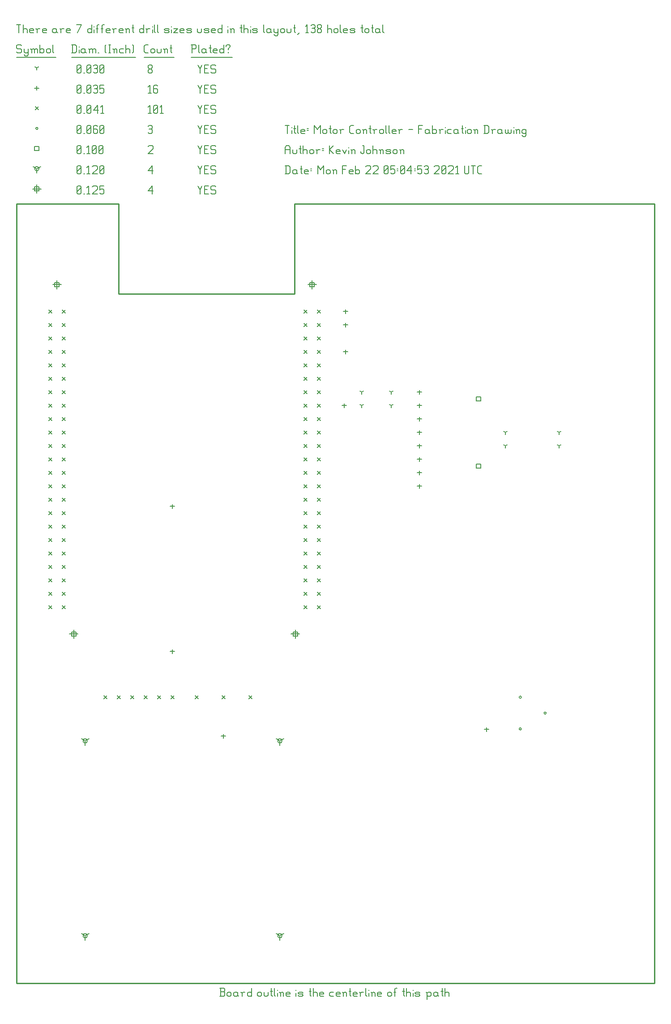
<source format=gbr>
G04 start of page 9 for group -3984 idx -3984 *
G04 Title: Motor Controller, fab *
G04 Creator: pcb 4.2.2 *
G04 CreationDate: Mon Feb 22 05:04:53 2021 UTC *
G04 For: kevin *
G04 Format: Gerber/RS-274X *
G04 PCB-Dimensions (mil): 4750.00 5800.00 *
G04 PCB-Coordinate-Origin: lower left *
%MOIN*%
%FSLAX25Y25*%
%LNFAB*%
%ADD76C,0.0100*%
%ADD75C,0.0075*%
%ADD74C,0.0060*%
%ADD73C,0.0080*%
G54D73*X30000Y523200D02*Y516800D01*
X26800Y520000D02*X33200D01*
X28400Y521600D02*X31600D01*
X28400D02*Y518400D01*
X31600D01*
Y521600D02*Y518400D01*
X220000Y523200D02*Y516800D01*
X216800Y520000D02*X223200D01*
X218400Y521600D02*X221600D01*
X218400D02*Y518400D01*
X221600D01*
Y521600D02*Y518400D01*
X207500Y263200D02*Y256800D01*
X204300Y260000D02*X210700D01*
X205900Y261600D02*X209100D01*
X205900D02*Y258400D01*
X209100D01*
Y261600D02*Y258400D01*
X42500Y263200D02*Y256800D01*
X39300Y260000D02*X45700D01*
X40900Y261600D02*X44100D01*
X40900D02*Y258400D01*
X44100D01*
Y261600D02*Y258400D01*
X15000Y594450D02*Y588050D01*
X11800Y591250D02*X18200D01*
X13400Y592850D02*X16600D01*
X13400D02*Y589650D01*
X16600D01*
Y592850D02*Y589650D01*
G54D74*X135000Y593500D02*X136500Y590500D01*
X138000Y593500D01*
X136500Y590500D02*Y587500D01*
X139800Y590800D02*X142050D01*
X139800Y587500D02*X142800D01*
X139800Y593500D02*Y587500D01*
Y593500D02*X142800D01*
X147600D02*X148350Y592750D01*
X145350Y593500D02*X147600D01*
X144600Y592750D02*X145350Y593500D01*
X144600Y592750D02*Y591250D01*
X145350Y590500D01*
X147600D01*
X148350Y589750D01*
Y588250D01*
X147600Y587500D02*X148350Y588250D01*
X145350Y587500D02*X147600D01*
X144600Y588250D02*X145350Y587500D01*
X98000Y589750D02*X101000Y593500D01*
X98000Y589750D02*X101750D01*
X101000Y593500D02*Y587500D01*
X45000Y588250D02*X45750Y587500D01*
X45000Y592750D02*Y588250D01*
Y592750D02*X45750Y593500D01*
X47250D01*
X48000Y592750D01*
Y588250D01*
X47250Y587500D02*X48000Y588250D01*
X45750Y587500D02*X47250D01*
X45000Y589000D02*X48000Y592000D01*
X49800Y587500D02*X50550D01*
X52350Y592300D02*X53550Y593500D01*
Y587500D01*
X52350D02*X54600D01*
X56400Y592750D02*X57150Y593500D01*
X59400D01*
X60150Y592750D01*
Y591250D01*
X56400Y587500D02*X60150Y591250D01*
X56400Y587500D02*X60150D01*
X61950Y593500D02*X64950D01*
X61950D02*Y590500D01*
X62700Y591250D01*
X64200D01*
X64950Y590500D01*
Y588250D01*
X64200Y587500D02*X64950Y588250D01*
X62700Y587500D02*X64200D01*
X61950Y588250D02*X62700Y587500D01*
X196000Y35500D02*Y32300D01*
Y35500D02*X198773Y37100D01*
X196000Y35500D02*X193227Y37100D01*
X194400Y35500D02*G75*G03X197600Y35500I1600J0D01*G01*
G75*G03X194400Y35500I-1600J0D01*G01*
X51000D02*Y32300D01*
Y35500D02*X53773Y37100D01*
X51000Y35500D02*X48227Y37100D01*
X49400Y35500D02*G75*G03X52600Y35500I1600J0D01*G01*
G75*G03X49400Y35500I-1600J0D01*G01*
X51000Y180500D02*Y177300D01*
Y180500D02*X53773Y182100D01*
X51000Y180500D02*X48227Y182100D01*
X49400Y180500D02*G75*G03X52600Y180500I1600J0D01*G01*
G75*G03X49400Y180500I-1600J0D01*G01*
X196000D02*Y177300D01*
Y180500D02*X198773Y182100D01*
X196000Y180500D02*X193227Y182100D01*
X194400Y180500D02*G75*G03X197600Y180500I1600J0D01*G01*
G75*G03X194400Y180500I-1600J0D01*G01*
X15000Y606250D02*Y603050D01*
Y606250D02*X17773Y607850D01*
X15000Y606250D02*X12227Y607850D01*
X13400Y606250D02*G75*G03X16600Y606250I1600J0D01*G01*
G75*G03X13400Y606250I-1600J0D01*G01*
X135000Y608500D02*X136500Y605500D01*
X138000Y608500D01*
X136500Y605500D02*Y602500D01*
X139800Y605800D02*X142050D01*
X139800Y602500D02*X142800D01*
X139800Y608500D02*Y602500D01*
Y608500D02*X142800D01*
X147600D02*X148350Y607750D01*
X145350Y608500D02*X147600D01*
X144600Y607750D02*X145350Y608500D01*
X144600Y607750D02*Y606250D01*
X145350Y605500D01*
X147600D01*
X148350Y604750D01*
Y603250D01*
X147600Y602500D02*X148350Y603250D01*
X145350Y602500D02*X147600D01*
X144600Y603250D02*X145350Y602500D01*
X98000Y604750D02*X101000Y608500D01*
X98000Y604750D02*X101750D01*
X101000Y608500D02*Y602500D01*
X45000Y603250D02*X45750Y602500D01*
X45000Y607750D02*Y603250D01*
Y607750D02*X45750Y608500D01*
X47250D01*
X48000Y607750D01*
Y603250D01*
X47250Y602500D02*X48000Y603250D01*
X45750Y602500D02*X47250D01*
X45000Y604000D02*X48000Y607000D01*
X49800Y602500D02*X50550D01*
X52350Y607300D02*X53550Y608500D01*
Y602500D01*
X52350D02*X54600D01*
X56400Y607750D02*X57150Y608500D01*
X59400D01*
X60150Y607750D01*
Y606250D01*
X56400Y602500D02*X60150Y606250D01*
X56400Y602500D02*X60150D01*
X61950Y603250D02*X62700Y602500D01*
X61950Y607750D02*Y603250D01*
Y607750D02*X62700Y608500D01*
X64200D01*
X64950Y607750D01*
Y603250D01*
X64200Y602500D02*X64950Y603250D01*
X62700Y602500D02*X64200D01*
X61950Y604000D02*X64950Y607000D01*
X342400Y386600D02*X345600D01*
X342400D02*Y383400D01*
X345600D01*
Y386600D02*Y383400D01*
X342400Y436600D02*X345600D01*
X342400D02*Y433400D01*
X345600D01*
Y436600D02*Y433400D01*
X13400Y622850D02*X16600D01*
X13400D02*Y619650D01*
X16600D01*
Y622850D02*Y619650D01*
X135000Y623500D02*X136500Y620500D01*
X138000Y623500D01*
X136500Y620500D02*Y617500D01*
X139800Y620800D02*X142050D01*
X139800Y617500D02*X142800D01*
X139800Y623500D02*Y617500D01*
Y623500D02*X142800D01*
X147600D02*X148350Y622750D01*
X145350Y623500D02*X147600D01*
X144600Y622750D02*X145350Y623500D01*
X144600Y622750D02*Y621250D01*
X145350Y620500D01*
X147600D01*
X148350Y619750D01*
Y618250D01*
X147600Y617500D02*X148350Y618250D01*
X145350Y617500D02*X147600D01*
X144600Y618250D02*X145350Y617500D01*
X98000Y622750D02*X98750Y623500D01*
X101000D01*
X101750Y622750D01*
Y621250D01*
X98000Y617500D02*X101750Y621250D01*
X98000Y617500D02*X101750D01*
X45000Y618250D02*X45750Y617500D01*
X45000Y622750D02*Y618250D01*
Y622750D02*X45750Y623500D01*
X47250D01*
X48000Y622750D01*
Y618250D01*
X47250Y617500D02*X48000Y618250D01*
X45750Y617500D02*X47250D01*
X45000Y619000D02*X48000Y622000D01*
X49800Y617500D02*X50550D01*
X52350Y622300D02*X53550Y623500D01*
Y617500D01*
X52350D02*X54600D01*
X56400Y618250D02*X57150Y617500D01*
X56400Y622750D02*Y618250D01*
Y622750D02*X57150Y623500D01*
X58650D01*
X59400Y622750D01*
Y618250D01*
X58650Y617500D02*X59400Y618250D01*
X57150Y617500D02*X58650D01*
X56400Y619000D02*X59400Y622000D01*
X61200Y618250D02*X61950Y617500D01*
X61200Y622750D02*Y618250D01*
Y622750D02*X61950Y623500D01*
X63450D01*
X64200Y622750D01*
Y618250D01*
X63450Y617500D02*X64200Y618250D01*
X61950Y617500D02*X63450D01*
X61200Y619000D02*X64200Y622000D01*
X392704Y201189D02*G75*G03X394304Y201189I800J0D01*G01*
G75*G03X392704Y201189I-800J0D01*G01*
X374200Y213000D02*G75*G03X375800Y213000I800J0D01*G01*
G75*G03X374200Y213000I-800J0D01*G01*
Y189378D02*G75*G03X375800Y189378I800J0D01*G01*
G75*G03X374200Y189378I-800J0D01*G01*
X14200Y636250D02*G75*G03X15800Y636250I800J0D01*G01*
G75*G03X14200Y636250I-800J0D01*G01*
X135000Y638500D02*X136500Y635500D01*
X138000Y638500D01*
X136500Y635500D02*Y632500D01*
X139800Y635800D02*X142050D01*
X139800Y632500D02*X142800D01*
X139800Y638500D02*Y632500D01*
Y638500D02*X142800D01*
X147600D02*X148350Y637750D01*
X145350Y638500D02*X147600D01*
X144600Y637750D02*X145350Y638500D01*
X144600Y637750D02*Y636250D01*
X145350Y635500D01*
X147600D01*
X148350Y634750D01*
Y633250D01*
X147600Y632500D02*X148350Y633250D01*
X145350Y632500D02*X147600D01*
X144600Y633250D02*X145350Y632500D01*
X98000Y637750D02*X98750Y638500D01*
X100250D01*
X101000Y637750D01*
X100250Y632500D02*X101000Y633250D01*
X98750Y632500D02*X100250D01*
X98000Y633250D02*X98750Y632500D01*
Y635800D02*X100250D01*
X101000Y637750D02*Y636550D01*
Y635050D02*Y633250D01*
Y635050D02*X100250Y635800D01*
X101000Y636550D02*X100250Y635800D01*
X45000Y633250D02*X45750Y632500D01*
X45000Y637750D02*Y633250D01*
Y637750D02*X45750Y638500D01*
X47250D01*
X48000Y637750D01*
Y633250D01*
X47250Y632500D02*X48000Y633250D01*
X45750Y632500D02*X47250D01*
X45000Y634000D02*X48000Y637000D01*
X49800Y632500D02*X50550D01*
X52350Y633250D02*X53100Y632500D01*
X52350Y637750D02*Y633250D01*
Y637750D02*X53100Y638500D01*
X54600D01*
X55350Y637750D01*
Y633250D01*
X54600Y632500D02*X55350Y633250D01*
X53100Y632500D02*X54600D01*
X52350Y634000D02*X55350Y637000D01*
X59400Y638500D02*X60150Y637750D01*
X57900Y638500D02*X59400D01*
X57150Y637750D02*X57900Y638500D01*
X57150Y637750D02*Y633250D01*
X57900Y632500D01*
X59400Y635800D02*X60150Y635050D01*
X57150Y635800D02*X59400D01*
X57900Y632500D02*X59400D01*
X60150Y633250D01*
Y635050D02*Y633250D01*
X61950D02*X62700Y632500D01*
X61950Y637750D02*Y633250D01*
Y637750D02*X62700Y638500D01*
X64200D01*
X64950Y637750D01*
Y633250D01*
X64200Y632500D02*X64950Y633250D01*
X62700Y632500D02*X64200D01*
X61950Y634000D02*X64950Y637000D01*
X213800Y501200D02*X216200Y498800D01*
X213800D02*X216200Y501200D01*
X213800Y281200D02*X216200Y278800D01*
X213800D02*X216200Y281200D01*
X213800Y491200D02*X216200Y488800D01*
X213800D02*X216200Y491200D01*
X213800Y481200D02*X216200Y478800D01*
X213800D02*X216200Y481200D01*
X213800Y471200D02*X216200Y468800D01*
X213800D02*X216200Y471200D01*
X213800Y461200D02*X216200Y458800D01*
X213800D02*X216200Y461200D01*
X213800Y451200D02*X216200Y448800D01*
X213800D02*X216200Y451200D01*
X213800Y441200D02*X216200Y438800D01*
X213800D02*X216200Y441200D01*
X213800Y431200D02*X216200Y428800D01*
X213800D02*X216200Y431200D01*
X213800Y421200D02*X216200Y418800D01*
X213800D02*X216200Y421200D01*
X213800Y411200D02*X216200Y408800D01*
X213800D02*X216200Y411200D01*
X213800Y401200D02*X216200Y398800D01*
X213800D02*X216200Y401200D01*
X213800Y391200D02*X216200Y388800D01*
X213800D02*X216200Y391200D01*
X213800Y381200D02*X216200Y378800D01*
X213800D02*X216200Y381200D01*
X213800Y371200D02*X216200Y368800D01*
X213800D02*X216200Y371200D01*
X213800Y361200D02*X216200Y358800D01*
X213800D02*X216200Y361200D01*
X213800Y351200D02*X216200Y348800D01*
X213800D02*X216200Y351200D01*
X213800Y341200D02*X216200Y338800D01*
X213800D02*X216200Y341200D01*
X213800Y331200D02*X216200Y328800D01*
X213800D02*X216200Y331200D01*
X213800Y321200D02*X216200Y318800D01*
X213800D02*X216200Y321200D01*
X213800Y311200D02*X216200Y308800D01*
X213800D02*X216200Y311200D01*
X213800Y301200D02*X216200Y298800D01*
X213800D02*X216200Y301200D01*
X213800Y291200D02*X216200Y288800D01*
X213800D02*X216200Y291200D01*
X33800Y281200D02*X36200Y278800D01*
X33800D02*X36200Y281200D01*
X33800Y491200D02*X36200Y488800D01*
X33800D02*X36200Y491200D01*
X33800Y481200D02*X36200Y478800D01*
X33800D02*X36200Y481200D01*
X33800Y471200D02*X36200Y468800D01*
X33800D02*X36200Y471200D01*
X33800Y461200D02*X36200Y458800D01*
X33800D02*X36200Y461200D01*
X33800Y451200D02*X36200Y448800D01*
X33800D02*X36200Y451200D01*
X33800Y441200D02*X36200Y438800D01*
X33800D02*X36200Y441200D01*
X33800Y431200D02*X36200Y428800D01*
X33800D02*X36200Y431200D01*
X33800Y421200D02*X36200Y418800D01*
X33800D02*X36200Y421200D01*
X33800Y411200D02*X36200Y408800D01*
X33800D02*X36200Y411200D01*
X33800Y401200D02*X36200Y398800D01*
X33800D02*X36200Y401200D01*
X33800Y391200D02*X36200Y388800D01*
X33800D02*X36200Y391200D01*
X33800Y381200D02*X36200Y378800D01*
X33800D02*X36200Y381200D01*
X33800Y371200D02*X36200Y368800D01*
X33800D02*X36200Y371200D01*
X33800Y361200D02*X36200Y358800D01*
X33800D02*X36200Y361200D01*
X33800Y351200D02*X36200Y348800D01*
X33800D02*X36200Y351200D01*
X33800Y341200D02*X36200Y338800D01*
X33800D02*X36200Y341200D01*
X33800Y331200D02*X36200Y328800D01*
X33800D02*X36200Y331200D01*
X33800Y321200D02*X36200Y318800D01*
X33800D02*X36200Y321200D01*
X33800Y311200D02*X36200Y308800D01*
X33800D02*X36200Y311200D01*
X33800Y301200D02*X36200Y298800D01*
X33800D02*X36200Y301200D01*
X33800Y291200D02*X36200Y288800D01*
X33800D02*X36200Y291200D01*
X23800Y501200D02*X26200Y498800D01*
X23800D02*X26200Y501200D01*
X23800Y281200D02*X26200Y278800D01*
X23800D02*X26200Y281200D01*
X23800Y291200D02*X26200Y288800D01*
X23800D02*X26200Y291200D01*
X23800Y301200D02*X26200Y298800D01*
X23800D02*X26200Y301200D01*
X23800Y311200D02*X26200Y308800D01*
X23800D02*X26200Y311200D01*
X23800Y321200D02*X26200Y318800D01*
X23800D02*X26200Y321200D01*
X23800Y331200D02*X26200Y328800D01*
X23800D02*X26200Y331200D01*
X23800Y341200D02*X26200Y338800D01*
X23800D02*X26200Y341200D01*
X23800Y361200D02*X26200Y358800D01*
X23800D02*X26200Y361200D01*
X23800Y351200D02*X26200Y348800D01*
X23800D02*X26200Y351200D01*
X23800Y371200D02*X26200Y368800D01*
X23800D02*X26200Y371200D01*
X23800Y381200D02*X26200Y378800D01*
X23800D02*X26200Y381200D01*
X23800Y391200D02*X26200Y388800D01*
X23800D02*X26200Y391200D01*
X23800Y401200D02*X26200Y398800D01*
X23800D02*X26200Y401200D01*
X23800Y411200D02*X26200Y408800D01*
X23800D02*X26200Y411200D01*
X23800Y421200D02*X26200Y418800D01*
X23800D02*X26200Y421200D01*
X23800Y431200D02*X26200Y428800D01*
X23800D02*X26200Y431200D01*
X23800Y441200D02*X26200Y438800D01*
X23800D02*X26200Y441200D01*
X23800Y451200D02*X26200Y448800D01*
X23800D02*X26200Y451200D01*
X23800Y461200D02*X26200Y458800D01*
X23800D02*X26200Y461200D01*
X23800Y481200D02*X26200Y478800D01*
X23800D02*X26200Y481200D01*
X23800Y471200D02*X26200Y468800D01*
X23800D02*X26200Y471200D01*
X23800Y491200D02*X26200Y488800D01*
X23800D02*X26200Y491200D01*
X223800Y501200D02*X226200Y498800D01*
X223800D02*X226200Y501200D01*
X223800Y281200D02*X226200Y278800D01*
X223800D02*X226200Y281200D01*
X223800Y491200D02*X226200Y488800D01*
X223800D02*X226200Y491200D01*
X223800Y481200D02*X226200Y478800D01*
X223800D02*X226200Y481200D01*
X223800Y471200D02*X226200Y468800D01*
X223800D02*X226200Y471200D01*
X223800Y461200D02*X226200Y458800D01*
X223800D02*X226200Y461200D01*
X223800Y451200D02*X226200Y448800D01*
X223800D02*X226200Y451200D01*
X223800Y441200D02*X226200Y438800D01*
X223800D02*X226200Y441200D01*
X223800Y431200D02*X226200Y428800D01*
X223800D02*X226200Y431200D01*
X223800Y421200D02*X226200Y418800D01*
X223800D02*X226200Y421200D01*
X223800Y411200D02*X226200Y408800D01*
X223800D02*X226200Y411200D01*
X223800Y401200D02*X226200Y398800D01*
X223800D02*X226200Y401200D01*
X223800Y391200D02*X226200Y388800D01*
X223800D02*X226200Y391200D01*
X223800Y381200D02*X226200Y378800D01*
X223800D02*X226200Y381200D01*
X223800Y371200D02*X226200Y368800D01*
X223800D02*X226200Y371200D01*
X223800Y361200D02*X226200Y358800D01*
X223800D02*X226200Y361200D01*
X223800Y351200D02*X226200Y348800D01*
X223800D02*X226200Y351200D01*
X223800Y341200D02*X226200Y338800D01*
X223800D02*X226200Y341200D01*
X223800Y331200D02*X226200Y328800D01*
X223800D02*X226200Y331200D01*
X223800Y321200D02*X226200Y318800D01*
X223800D02*X226200Y321200D01*
X223800Y311200D02*X226200Y308800D01*
X223800D02*X226200Y311200D01*
X223800Y301200D02*X226200Y298800D01*
X223800D02*X226200Y301200D01*
X223800Y291200D02*X226200Y288800D01*
X223800D02*X226200Y291200D01*
X33800Y501200D02*X36200Y498800D01*
X33800D02*X36200Y501200D01*
X114800Y214200D02*X117200Y211800D01*
X114800D02*X117200Y214200D01*
X104800D02*X107200Y211800D01*
X104800D02*X107200Y214200D01*
X94800D02*X97200Y211800D01*
X94800D02*X97200Y214200D01*
X84800D02*X87200Y211800D01*
X84800D02*X87200Y214200D01*
X74800D02*X77200Y211800D01*
X74800D02*X77200Y214200D01*
X64800D02*X67200Y211800D01*
X64800D02*X67200Y214200D01*
X172800D02*X175200Y211800D01*
X172800D02*X175200Y214200D01*
X152800D02*X155200Y211800D01*
X152800D02*X155200Y214200D01*
X132800D02*X135200Y211800D01*
X132800D02*X135200Y214200D01*
X13800Y652450D02*X16200Y650050D01*
X13800D02*X16200Y652450D01*
X135000Y653500D02*X136500Y650500D01*
X138000Y653500D01*
X136500Y650500D02*Y647500D01*
X139800Y650800D02*X142050D01*
X139800Y647500D02*X142800D01*
X139800Y653500D02*Y647500D01*
Y653500D02*X142800D01*
X147600D02*X148350Y652750D01*
X145350Y653500D02*X147600D01*
X144600Y652750D02*X145350Y653500D01*
X144600Y652750D02*Y651250D01*
X145350Y650500D01*
X147600D01*
X148350Y649750D01*
Y648250D01*
X147600Y647500D02*X148350Y648250D01*
X145350Y647500D02*X147600D01*
X144600Y648250D02*X145350Y647500D01*
X98000Y652300D02*X99200Y653500D01*
Y647500D01*
X98000D02*X100250D01*
X102050Y648250D02*X102800Y647500D01*
X102050Y652750D02*Y648250D01*
Y652750D02*X102800Y653500D01*
X104300D01*
X105050Y652750D01*
Y648250D01*
X104300Y647500D02*X105050Y648250D01*
X102800Y647500D02*X104300D01*
X102050Y649000D02*X105050Y652000D01*
X106850Y652300D02*X108050Y653500D01*
Y647500D01*
X106850D02*X109100D01*
X45000Y648250D02*X45750Y647500D01*
X45000Y652750D02*Y648250D01*
Y652750D02*X45750Y653500D01*
X47250D01*
X48000Y652750D01*
Y648250D01*
X47250Y647500D02*X48000Y648250D01*
X45750Y647500D02*X47250D01*
X45000Y649000D02*X48000Y652000D01*
X49800Y647500D02*X50550D01*
X52350Y648250D02*X53100Y647500D01*
X52350Y652750D02*Y648250D01*
Y652750D02*X53100Y653500D01*
X54600D01*
X55350Y652750D01*
Y648250D01*
X54600Y647500D02*X55350Y648250D01*
X53100Y647500D02*X54600D01*
X52350Y649000D02*X55350Y652000D01*
X57150Y649750D02*X60150Y653500D01*
X57150Y649750D02*X60900D01*
X60150Y653500D02*Y647500D01*
X62700Y652300D02*X63900Y653500D01*
Y647500D01*
X62700D02*X64950D01*
X300000Y441600D02*Y438400D01*
X298400Y440000D02*X301600D01*
X300000Y431600D02*Y428400D01*
X298400Y430000D02*X301600D01*
X300000Y421600D02*Y418400D01*
X298400Y420000D02*X301600D01*
X300000Y411600D02*Y408400D01*
X298400Y410000D02*X301600D01*
X300000Y401600D02*Y398400D01*
X298400Y400000D02*X301600D01*
X300000Y391600D02*Y388400D01*
X298400Y390000D02*X301600D01*
X300000Y381600D02*Y378400D01*
X298400Y380000D02*X301600D01*
X300000Y371600D02*Y368400D01*
X298400Y370000D02*X301600D01*
X350000Y190600D02*Y187400D01*
X348400Y189000D02*X351600D01*
X154000Y185600D02*Y182400D01*
X152400Y184000D02*X155600D01*
X245000Y501600D02*Y498400D01*
X243400Y500000D02*X246600D01*
X244000Y431600D02*Y428400D01*
X242400Y430000D02*X245600D01*
X245000Y491600D02*Y488400D01*
X243400Y490000D02*X246600D01*
X245000Y471600D02*Y468400D01*
X243400Y470000D02*X246600D01*
X116000Y248600D02*Y245400D01*
X114400Y247000D02*X117600D01*
X116000Y356600D02*Y353400D01*
X114400Y355000D02*X117600D01*
X15000Y667850D02*Y664650D01*
X13400Y666250D02*X16600D01*
X135000Y668500D02*X136500Y665500D01*
X138000Y668500D01*
X136500Y665500D02*Y662500D01*
X139800Y665800D02*X142050D01*
X139800Y662500D02*X142800D01*
X139800Y668500D02*Y662500D01*
Y668500D02*X142800D01*
X147600D02*X148350Y667750D01*
X145350Y668500D02*X147600D01*
X144600Y667750D02*X145350Y668500D01*
X144600Y667750D02*Y666250D01*
X145350Y665500D01*
X147600D01*
X148350Y664750D01*
Y663250D01*
X147600Y662500D02*X148350Y663250D01*
X145350Y662500D02*X147600D01*
X144600Y663250D02*X145350Y662500D01*
X98000Y667300D02*X99200Y668500D01*
Y662500D01*
X98000D02*X100250D01*
X104300Y668500D02*X105050Y667750D01*
X102800Y668500D02*X104300D01*
X102050Y667750D02*X102800Y668500D01*
X102050Y667750D02*Y663250D01*
X102800Y662500D01*
X104300Y665800D02*X105050Y665050D01*
X102050Y665800D02*X104300D01*
X102800Y662500D02*X104300D01*
X105050Y663250D01*
Y665050D02*Y663250D01*
X45000D02*X45750Y662500D01*
X45000Y667750D02*Y663250D01*
Y667750D02*X45750Y668500D01*
X47250D01*
X48000Y667750D01*
Y663250D01*
X47250Y662500D02*X48000Y663250D01*
X45750Y662500D02*X47250D01*
X45000Y664000D02*X48000Y667000D01*
X49800Y662500D02*X50550D01*
X52350Y663250D02*X53100Y662500D01*
X52350Y667750D02*Y663250D01*
Y667750D02*X53100Y668500D01*
X54600D01*
X55350Y667750D01*
Y663250D01*
X54600Y662500D02*X55350Y663250D01*
X53100Y662500D02*X54600D01*
X52350Y664000D02*X55350Y667000D01*
X57150Y667750D02*X57900Y668500D01*
X59400D01*
X60150Y667750D01*
X59400Y662500D02*X60150Y663250D01*
X57900Y662500D02*X59400D01*
X57150Y663250D02*X57900Y662500D01*
Y665800D02*X59400D01*
X60150Y667750D02*Y666550D01*
Y665050D02*Y663250D01*
Y665050D02*X59400Y665800D01*
X60150Y666550D02*X59400Y665800D01*
X61950Y668500D02*X64950D01*
X61950D02*Y665500D01*
X62700Y666250D01*
X64200D01*
X64950Y665500D01*
Y663250D01*
X64200Y662500D02*X64950Y663250D01*
X62700Y662500D02*X64200D01*
X61950Y663250D02*X62700Y662500D01*
X364000Y410000D02*Y408400D01*
Y410000D02*X365387Y410800D01*
X364000Y410000D02*X362613Y410800D01*
X404000Y410000D02*Y408400D01*
Y410000D02*X405387Y410800D01*
X404000Y410000D02*X402613Y410800D01*
X279000Y430000D02*Y428400D01*
Y430000D02*X280387Y430800D01*
X279000Y430000D02*X277613Y430800D01*
X279000Y440000D02*Y438400D01*
Y440000D02*X280387Y440800D01*
X279000Y440000D02*X277613Y440800D01*
X257000Y430000D02*Y428400D01*
Y430000D02*X258387Y430800D01*
X257000Y430000D02*X255613Y430800D01*
X257000Y440000D02*Y438400D01*
Y440000D02*X258387Y440800D01*
X257000Y440000D02*X255613Y440800D01*
X364000Y400000D02*Y398400D01*
Y400000D02*X365387Y400800D01*
X364000Y400000D02*X362613Y400800D01*
X404000Y400000D02*Y398400D01*
Y400000D02*X405387Y400800D01*
X404000Y400000D02*X402613Y400800D01*
X15000Y681250D02*Y679650D01*
Y681250D02*X16387Y682050D01*
X15000Y681250D02*X13613Y682050D01*
X135000Y683500D02*X136500Y680500D01*
X138000Y683500D01*
X136500Y680500D02*Y677500D01*
X139800Y680800D02*X142050D01*
X139800Y677500D02*X142800D01*
X139800Y683500D02*Y677500D01*
Y683500D02*X142800D01*
X147600D02*X148350Y682750D01*
X145350Y683500D02*X147600D01*
X144600Y682750D02*X145350Y683500D01*
X144600Y682750D02*Y681250D01*
X145350Y680500D01*
X147600D01*
X148350Y679750D01*
Y678250D01*
X147600Y677500D02*X148350Y678250D01*
X145350Y677500D02*X147600D01*
X144600Y678250D02*X145350Y677500D01*
X98000Y678250D02*X98750Y677500D01*
X98000Y679450D02*Y678250D01*
Y679450D02*X99050Y680500D01*
X99950D01*
X101000Y679450D01*
Y678250D01*
X100250Y677500D02*X101000Y678250D01*
X98750Y677500D02*X100250D01*
X98000Y681550D02*X99050Y680500D01*
X98000Y682750D02*Y681550D01*
Y682750D02*X98750Y683500D01*
X100250D01*
X101000Y682750D01*
Y681550D01*
X99950Y680500D02*X101000Y681550D01*
X45000Y678250D02*X45750Y677500D01*
X45000Y682750D02*Y678250D01*
Y682750D02*X45750Y683500D01*
X47250D01*
X48000Y682750D01*
Y678250D01*
X47250Y677500D02*X48000Y678250D01*
X45750Y677500D02*X47250D01*
X45000Y679000D02*X48000Y682000D01*
X49800Y677500D02*X50550D01*
X52350Y678250D02*X53100Y677500D01*
X52350Y682750D02*Y678250D01*
Y682750D02*X53100Y683500D01*
X54600D01*
X55350Y682750D01*
Y678250D01*
X54600Y677500D02*X55350Y678250D01*
X53100Y677500D02*X54600D01*
X52350Y679000D02*X55350Y682000D01*
X57150Y682750D02*X57900Y683500D01*
X59400D01*
X60150Y682750D01*
X59400Y677500D02*X60150Y678250D01*
X57900Y677500D02*X59400D01*
X57150Y678250D02*X57900Y677500D01*
Y680800D02*X59400D01*
X60150Y682750D02*Y681550D01*
Y680050D02*Y678250D01*
Y680050D02*X59400Y680800D01*
X60150Y681550D02*X59400Y680800D01*
X61950Y678250D02*X62700Y677500D01*
X61950Y682750D02*Y678250D01*
Y682750D02*X62700Y683500D01*
X64200D01*
X64950Y682750D01*
Y678250D01*
X64200Y677500D02*X64950Y678250D01*
X62700Y677500D02*X64200D01*
X61950Y679000D02*X64950Y682000D01*
X3000Y698500D02*X3750Y697750D01*
X750Y698500D02*X3000D01*
X0Y697750D02*X750Y698500D01*
X0Y697750D02*Y696250D01*
X750Y695500D01*
X3000D01*
X3750Y694750D01*
Y693250D01*
X3000Y692500D02*X3750Y693250D01*
X750Y692500D02*X3000D01*
X0Y693250D02*X750Y692500D01*
X5550Y695500D02*Y693250D01*
X6300Y692500D01*
X8550Y695500D02*Y691000D01*
X7800Y690250D02*X8550Y691000D01*
X6300Y690250D02*X7800D01*
X5550Y691000D02*X6300Y690250D01*
Y692500D02*X7800D01*
X8550Y693250D01*
X11100Y694750D02*Y692500D01*
Y694750D02*X11850Y695500D01*
X12600D01*
X13350Y694750D01*
Y692500D01*
Y694750D02*X14100Y695500D01*
X14850D01*
X15600Y694750D01*
Y692500D01*
X10350Y695500D02*X11100Y694750D01*
X17400Y698500D02*Y692500D01*
Y693250D02*X18150Y692500D01*
X19650D01*
X20400Y693250D01*
Y694750D02*Y693250D01*
X19650Y695500D02*X20400Y694750D01*
X18150Y695500D02*X19650D01*
X17400Y694750D02*X18150Y695500D01*
X22200Y694750D02*Y693250D01*
Y694750D02*X22950Y695500D01*
X24450D01*
X25200Y694750D01*
Y693250D01*
X24450Y692500D02*X25200Y693250D01*
X22950Y692500D02*X24450D01*
X22200Y693250D02*X22950Y692500D01*
X27000Y698500D02*Y693250D01*
X27750Y692500D01*
X0Y689250D02*X29250D01*
X41750Y698500D02*Y692500D01*
X43700Y698500D02*X44750Y697450D01*
Y693550D01*
X43700Y692500D02*X44750Y693550D01*
X41000Y692500D02*X43700D01*
X41000Y698500D02*X43700D01*
G54D75*X46550Y697000D02*Y696850D01*
G54D74*Y694750D02*Y692500D01*
X50300Y695500D02*X51050Y694750D01*
X48800Y695500D02*X50300D01*
X48050Y694750D02*X48800Y695500D01*
X48050Y694750D02*Y693250D01*
X48800Y692500D01*
X51050Y695500D02*Y693250D01*
X51800Y692500D01*
X48800D02*X50300D01*
X51050Y693250D01*
X54350Y694750D02*Y692500D01*
Y694750D02*X55100Y695500D01*
X55850D01*
X56600Y694750D01*
Y692500D01*
Y694750D02*X57350Y695500D01*
X58100D01*
X58850Y694750D01*
Y692500D01*
X53600Y695500D02*X54350Y694750D01*
X60650Y692500D02*X61400D01*
X65900Y693250D02*X66650Y692500D01*
X65900Y697750D02*X66650Y698500D01*
X65900Y697750D02*Y693250D01*
X68450Y698500D02*X69950D01*
X69200D02*Y692500D01*
X68450D02*X69950D01*
X72500Y694750D02*Y692500D01*
Y694750D02*X73250Y695500D01*
X74000D01*
X74750Y694750D01*
Y692500D01*
X71750Y695500D02*X72500Y694750D01*
X77300Y695500D02*X79550D01*
X76550Y694750D02*X77300Y695500D01*
X76550Y694750D02*Y693250D01*
X77300Y692500D01*
X79550D01*
X81350Y698500D02*Y692500D01*
Y694750D02*X82100Y695500D01*
X83600D01*
X84350Y694750D01*
Y692500D01*
X86150Y698500D02*X86900Y697750D01*
Y693250D01*
X86150Y692500D02*X86900Y693250D01*
X41000Y689250D02*X88700D01*
X96050Y692500D02*X98000D01*
X95000Y693550D02*X96050Y692500D01*
X95000Y697450D02*Y693550D01*
Y697450D02*X96050Y698500D01*
X98000D01*
X99800Y694750D02*Y693250D01*
Y694750D02*X100550Y695500D01*
X102050D01*
X102800Y694750D01*
Y693250D01*
X102050Y692500D02*X102800Y693250D01*
X100550Y692500D02*X102050D01*
X99800Y693250D02*X100550Y692500D01*
X104600Y695500D02*Y693250D01*
X105350Y692500D01*
X106850D01*
X107600Y693250D01*
Y695500D02*Y693250D01*
X110150Y694750D02*Y692500D01*
Y694750D02*X110900Y695500D01*
X111650D01*
X112400Y694750D01*
Y692500D01*
X109400Y695500D02*X110150Y694750D01*
X114950Y698500D02*Y693250D01*
X115700Y692500D01*
X114200Y696250D02*X115700D01*
X95000Y689250D02*X117200D01*
X130750Y698500D02*Y692500D01*
X130000Y698500D02*X133000D01*
X133750Y697750D01*
Y696250D01*
X133000Y695500D02*X133750Y696250D01*
X130750Y695500D02*X133000D01*
X135550Y698500D02*Y693250D01*
X136300Y692500D01*
X140050Y695500D02*X140800Y694750D01*
X138550Y695500D02*X140050D01*
X137800Y694750D02*X138550Y695500D01*
X137800Y694750D02*Y693250D01*
X138550Y692500D01*
X140800Y695500D02*Y693250D01*
X141550Y692500D01*
X138550D02*X140050D01*
X140800Y693250D01*
X144100Y698500D02*Y693250D01*
X144850Y692500D01*
X143350Y696250D02*X144850D01*
X147100Y692500D02*X149350D01*
X146350Y693250D02*X147100Y692500D01*
X146350Y694750D02*Y693250D01*
Y694750D02*X147100Y695500D01*
X148600D01*
X149350Y694750D01*
X146350Y694000D02*X149350D01*
Y694750D02*Y694000D01*
X154150Y698500D02*Y692500D01*
X153400D02*X154150Y693250D01*
X151900Y692500D02*X153400D01*
X151150Y693250D02*X151900Y692500D01*
X151150Y694750D02*Y693250D01*
Y694750D02*X151900Y695500D01*
X153400D01*
X154150Y694750D01*
X157450Y695500D02*Y694750D01*
Y693250D02*Y692500D01*
X155950Y697750D02*Y697000D01*
Y697750D02*X156700Y698500D01*
X158200D01*
X158950Y697750D01*
Y697000D01*
X157450Y695500D02*X158950Y697000D01*
X130000Y689250D02*X160750D01*
X0Y713500D02*X3000D01*
X1500D02*Y707500D01*
X4800Y713500D02*Y707500D01*
Y709750D02*X5550Y710500D01*
X7050D01*
X7800Y709750D01*
Y707500D01*
X10350D02*X12600D01*
X9600Y708250D02*X10350Y707500D01*
X9600Y709750D02*Y708250D01*
Y709750D02*X10350Y710500D01*
X11850D01*
X12600Y709750D01*
X9600Y709000D02*X12600D01*
Y709750D02*Y709000D01*
X15150Y709750D02*Y707500D01*
Y709750D02*X15900Y710500D01*
X17400D01*
X14400D02*X15150Y709750D01*
X19950Y707500D02*X22200D01*
X19200Y708250D02*X19950Y707500D01*
X19200Y709750D02*Y708250D01*
Y709750D02*X19950Y710500D01*
X21450D01*
X22200Y709750D01*
X19200Y709000D02*X22200D01*
Y709750D02*Y709000D01*
X28950Y710500D02*X29700Y709750D01*
X27450Y710500D02*X28950D01*
X26700Y709750D02*X27450Y710500D01*
X26700Y709750D02*Y708250D01*
X27450Y707500D01*
X29700Y710500D02*Y708250D01*
X30450Y707500D01*
X27450D02*X28950D01*
X29700Y708250D01*
X33000Y709750D02*Y707500D01*
Y709750D02*X33750Y710500D01*
X35250D01*
X32250D02*X33000Y709750D01*
X37800Y707500D02*X40050D01*
X37050Y708250D02*X37800Y707500D01*
X37050Y709750D02*Y708250D01*
Y709750D02*X37800Y710500D01*
X39300D01*
X40050Y709750D01*
X37050Y709000D02*X40050D01*
Y709750D02*Y709000D01*
X45300Y707500D02*X48300Y713500D01*
X44550D02*X48300D01*
X55800D02*Y707500D01*
X55050D02*X55800Y708250D01*
X53550Y707500D02*X55050D01*
X52800Y708250D02*X53550Y707500D01*
X52800Y709750D02*Y708250D01*
Y709750D02*X53550Y710500D01*
X55050D01*
X55800Y709750D01*
G54D75*X57600Y712000D02*Y711850D01*
G54D74*Y709750D02*Y707500D01*
X59850Y712750D02*Y707500D01*
Y712750D02*X60600Y713500D01*
X61350D01*
X59100Y710500D02*X60600D01*
X63600Y712750D02*Y707500D01*
Y712750D02*X64350Y713500D01*
X65100D01*
X62850Y710500D02*X64350D01*
X67350Y707500D02*X69600D01*
X66600Y708250D02*X67350Y707500D01*
X66600Y709750D02*Y708250D01*
Y709750D02*X67350Y710500D01*
X68850D01*
X69600Y709750D01*
X66600Y709000D02*X69600D01*
Y709750D02*Y709000D01*
X72150Y709750D02*Y707500D01*
Y709750D02*X72900Y710500D01*
X74400D01*
X71400D02*X72150Y709750D01*
X76950Y707500D02*X79200D01*
X76200Y708250D02*X76950Y707500D01*
X76200Y709750D02*Y708250D01*
Y709750D02*X76950Y710500D01*
X78450D01*
X79200Y709750D01*
X76200Y709000D02*X79200D01*
Y709750D02*Y709000D01*
X81750Y709750D02*Y707500D01*
Y709750D02*X82500Y710500D01*
X83250D01*
X84000Y709750D01*
Y707500D01*
X81000Y710500D02*X81750Y709750D01*
X86550Y713500D02*Y708250D01*
X87300Y707500D01*
X85800Y711250D02*X87300D01*
X94500Y713500D02*Y707500D01*
X93750D02*X94500Y708250D01*
X92250Y707500D02*X93750D01*
X91500Y708250D02*X92250Y707500D01*
X91500Y709750D02*Y708250D01*
Y709750D02*X92250Y710500D01*
X93750D01*
X94500Y709750D01*
X97050D02*Y707500D01*
Y709750D02*X97800Y710500D01*
X99300D01*
X96300D02*X97050Y709750D01*
G54D75*X101100Y712000D02*Y711850D01*
G54D74*Y709750D02*Y707500D01*
X102600Y713500D02*Y708250D01*
X103350Y707500D01*
X104850Y713500D02*Y708250D01*
X105600Y707500D01*
X110550D02*X112800D01*
X113550Y708250D01*
X112800Y709000D02*X113550Y708250D01*
X110550Y709000D02*X112800D01*
X109800Y709750D02*X110550Y709000D01*
X109800Y709750D02*X110550Y710500D01*
X112800D01*
X113550Y709750D01*
X109800Y708250D02*X110550Y707500D01*
G54D75*X115350Y712000D02*Y711850D01*
G54D74*Y709750D02*Y707500D01*
X116850Y710500D02*X119850D01*
X116850Y707500D02*X119850Y710500D01*
X116850Y707500D02*X119850D01*
X122400D02*X124650D01*
X121650Y708250D02*X122400Y707500D01*
X121650Y709750D02*Y708250D01*
Y709750D02*X122400Y710500D01*
X123900D01*
X124650Y709750D01*
X121650Y709000D02*X124650D01*
Y709750D02*Y709000D01*
X127200Y707500D02*X129450D01*
X130200Y708250D01*
X129450Y709000D02*X130200Y708250D01*
X127200Y709000D02*X129450D01*
X126450Y709750D02*X127200Y709000D01*
X126450Y709750D02*X127200Y710500D01*
X129450D01*
X130200Y709750D01*
X126450Y708250D02*X127200Y707500D01*
X134700Y710500D02*Y708250D01*
X135450Y707500D01*
X136950D01*
X137700Y708250D01*
Y710500D02*Y708250D01*
X140250Y707500D02*X142500D01*
X143250Y708250D01*
X142500Y709000D02*X143250Y708250D01*
X140250Y709000D02*X142500D01*
X139500Y709750D02*X140250Y709000D01*
X139500Y709750D02*X140250Y710500D01*
X142500D01*
X143250Y709750D01*
X139500Y708250D02*X140250Y707500D01*
X145800D02*X148050D01*
X145050Y708250D02*X145800Y707500D01*
X145050Y709750D02*Y708250D01*
Y709750D02*X145800Y710500D01*
X147300D01*
X148050Y709750D01*
X145050Y709000D02*X148050D01*
Y709750D02*Y709000D01*
X152850Y713500D02*Y707500D01*
X152100D02*X152850Y708250D01*
X150600Y707500D02*X152100D01*
X149850Y708250D02*X150600Y707500D01*
X149850Y709750D02*Y708250D01*
Y709750D02*X150600Y710500D01*
X152100D01*
X152850Y709750D01*
G54D75*X157350Y712000D02*Y711850D01*
G54D74*Y709750D02*Y707500D01*
X159600Y709750D02*Y707500D01*
Y709750D02*X160350Y710500D01*
X161100D01*
X161850Y709750D01*
Y707500D01*
X158850Y710500D02*X159600Y709750D01*
X167100Y713500D02*Y708250D01*
X167850Y707500D01*
X166350Y711250D02*X167850D01*
X169350Y713500D02*Y707500D01*
Y709750D02*X170100Y710500D01*
X171600D01*
X172350Y709750D01*
Y707500D01*
G54D75*X174150Y712000D02*Y711850D01*
G54D74*Y709750D02*Y707500D01*
X176400D02*X178650D01*
X179400Y708250D01*
X178650Y709000D02*X179400Y708250D01*
X176400Y709000D02*X178650D01*
X175650Y709750D02*X176400Y709000D01*
X175650Y709750D02*X176400Y710500D01*
X178650D01*
X179400Y709750D01*
X175650Y708250D02*X176400Y707500D01*
X183900Y713500D02*Y708250D01*
X184650Y707500D01*
X188400Y710500D02*X189150Y709750D01*
X186900Y710500D02*X188400D01*
X186150Y709750D02*X186900Y710500D01*
X186150Y709750D02*Y708250D01*
X186900Y707500D01*
X189150Y710500D02*Y708250D01*
X189900Y707500D01*
X186900D02*X188400D01*
X189150Y708250D01*
X191700Y710500D02*Y708250D01*
X192450Y707500D01*
X194700Y710500D02*Y706000D01*
X193950Y705250D02*X194700Y706000D01*
X192450Y705250D02*X193950D01*
X191700Y706000D02*X192450Y705250D01*
Y707500D02*X193950D01*
X194700Y708250D01*
X196500Y709750D02*Y708250D01*
Y709750D02*X197250Y710500D01*
X198750D01*
X199500Y709750D01*
Y708250D01*
X198750Y707500D02*X199500Y708250D01*
X197250Y707500D02*X198750D01*
X196500Y708250D02*X197250Y707500D01*
X201300Y710500D02*Y708250D01*
X202050Y707500D01*
X203550D01*
X204300Y708250D01*
Y710500D02*Y708250D01*
X206850Y713500D02*Y708250D01*
X207600Y707500D01*
X206100Y711250D02*X207600D01*
X209100Y706000D02*X210600Y707500D01*
X215100Y712300D02*X216300Y713500D01*
Y707500D01*
X215100D02*X217350D01*
X219150Y712750D02*X219900Y713500D01*
X221400D01*
X222150Y712750D01*
X221400Y707500D02*X222150Y708250D01*
X219900Y707500D02*X221400D01*
X219150Y708250D02*X219900Y707500D01*
Y710800D02*X221400D01*
X222150Y712750D02*Y711550D01*
Y710050D02*Y708250D01*
Y710050D02*X221400Y710800D01*
X222150Y711550D02*X221400Y710800D01*
X223950Y708250D02*X224700Y707500D01*
X223950Y709450D02*Y708250D01*
Y709450D02*X225000Y710500D01*
X225900D01*
X226950Y709450D01*
Y708250D01*
X226200Y707500D02*X226950Y708250D01*
X224700Y707500D02*X226200D01*
X223950Y711550D02*X225000Y710500D01*
X223950Y712750D02*Y711550D01*
Y712750D02*X224700Y713500D01*
X226200D01*
X226950Y712750D01*
Y711550D01*
X225900Y710500D02*X226950Y711550D01*
X231450Y713500D02*Y707500D01*
Y709750D02*X232200Y710500D01*
X233700D01*
X234450Y709750D01*
Y707500D01*
X236250Y709750D02*Y708250D01*
Y709750D02*X237000Y710500D01*
X238500D01*
X239250Y709750D01*
Y708250D01*
X238500Y707500D02*X239250Y708250D01*
X237000Y707500D02*X238500D01*
X236250Y708250D02*X237000Y707500D01*
X241050Y713500D02*Y708250D01*
X241800Y707500D01*
X244050D02*X246300D01*
X243300Y708250D02*X244050Y707500D01*
X243300Y709750D02*Y708250D01*
Y709750D02*X244050Y710500D01*
X245550D01*
X246300Y709750D01*
X243300Y709000D02*X246300D01*
Y709750D02*Y709000D01*
X248850Y707500D02*X251100D01*
X251850Y708250D01*
X251100Y709000D02*X251850Y708250D01*
X248850Y709000D02*X251100D01*
X248100Y709750D02*X248850Y709000D01*
X248100Y709750D02*X248850Y710500D01*
X251100D01*
X251850Y709750D01*
X248100Y708250D02*X248850Y707500D01*
X257100Y713500D02*Y708250D01*
X257850Y707500D01*
X256350Y711250D02*X257850D01*
X259350Y709750D02*Y708250D01*
Y709750D02*X260100Y710500D01*
X261600D01*
X262350Y709750D01*
Y708250D01*
X261600Y707500D02*X262350Y708250D01*
X260100Y707500D02*X261600D01*
X259350Y708250D02*X260100Y707500D01*
X264900Y713500D02*Y708250D01*
X265650Y707500D01*
X264150Y711250D02*X265650D01*
X269400Y710500D02*X270150Y709750D01*
X267900Y710500D02*X269400D01*
X267150Y709750D02*X267900Y710500D01*
X267150Y709750D02*Y708250D01*
X267900Y707500D01*
X270150Y710500D02*Y708250D01*
X270900Y707500D01*
X267900D02*X269400D01*
X270150Y708250D01*
X272700Y713500D02*Y708250D01*
X273450Y707500D01*
G54D76*X0Y580000D02*Y0D01*
X207000Y513000D02*Y580000D01*
X0D02*X76000D01*
X207000D02*X475000D01*
X76000D02*Y513000D01*
X207000D01*
X475000Y0D02*X0D01*
X475000D02*Y580000D01*
G54D74*X151175Y-9500D02*X154175D01*
X154925Y-8750D01*
Y-6950D02*Y-8750D01*
X154175Y-6200D02*X154925Y-6950D01*
X151925Y-6200D02*X154175D01*
X151925Y-3500D02*Y-9500D01*
X151175Y-3500D02*X154175D01*
X154925Y-4250D01*
Y-5450D01*
X154175Y-6200D02*X154925Y-5450D01*
X156725Y-7250D02*Y-8750D01*
Y-7250D02*X157475Y-6500D01*
X158975D01*
X159725Y-7250D01*
Y-8750D01*
X158975Y-9500D02*X159725Y-8750D01*
X157475Y-9500D02*X158975D01*
X156725Y-8750D02*X157475Y-9500D01*
X163775Y-6500D02*X164525Y-7250D01*
X162275Y-6500D02*X163775D01*
X161525Y-7250D02*X162275Y-6500D01*
X161525Y-7250D02*Y-8750D01*
X162275Y-9500D01*
X164525Y-6500D02*Y-8750D01*
X165275Y-9500D01*
X162275D02*X163775D01*
X164525Y-8750D01*
X167825Y-7250D02*Y-9500D01*
Y-7250D02*X168575Y-6500D01*
X170075D01*
X167075D02*X167825Y-7250D01*
X174875Y-3500D02*Y-9500D01*
X174125D02*X174875Y-8750D01*
X172625Y-9500D02*X174125D01*
X171875Y-8750D02*X172625Y-9500D01*
X171875Y-7250D02*Y-8750D01*
Y-7250D02*X172625Y-6500D01*
X174125D01*
X174875Y-7250D01*
X179375D02*Y-8750D01*
Y-7250D02*X180125Y-6500D01*
X181625D01*
X182375Y-7250D01*
Y-8750D01*
X181625Y-9500D02*X182375Y-8750D01*
X180125Y-9500D02*X181625D01*
X179375Y-8750D02*X180125Y-9500D01*
X184175Y-6500D02*Y-8750D01*
X184925Y-9500D01*
X186425D01*
X187175Y-8750D01*
Y-6500D02*Y-8750D01*
X189725Y-3500D02*Y-8750D01*
X190475Y-9500D01*
X188975Y-5750D02*X190475D01*
X191975Y-3500D02*Y-8750D01*
X192725Y-9500D01*
G54D75*X194225Y-5000D02*Y-5150D01*
G54D74*Y-7250D02*Y-9500D01*
X196475Y-7250D02*Y-9500D01*
Y-7250D02*X197225Y-6500D01*
X197975D01*
X198725Y-7250D01*
Y-9500D01*
X195725Y-6500D02*X196475Y-7250D01*
X201275Y-9500D02*X203525D01*
X200525Y-8750D02*X201275Y-9500D01*
X200525Y-7250D02*Y-8750D01*
Y-7250D02*X201275Y-6500D01*
X202775D01*
X203525Y-7250D01*
X200525Y-8000D02*X203525D01*
Y-7250D02*Y-8000D01*
G54D75*X208025Y-5000D02*Y-5150D01*
G54D74*Y-7250D02*Y-9500D01*
X210275D02*X212525D01*
X213275Y-8750D01*
X212525Y-8000D02*X213275Y-8750D01*
X210275Y-8000D02*X212525D01*
X209525Y-7250D02*X210275Y-8000D01*
X209525Y-7250D02*X210275Y-6500D01*
X212525D01*
X213275Y-7250D01*
X209525Y-8750D02*X210275Y-9500D01*
X218525Y-3500D02*Y-8750D01*
X219275Y-9500D01*
X217775Y-5750D02*X219275D01*
X220775Y-3500D02*Y-9500D01*
Y-7250D02*X221525Y-6500D01*
X223025D01*
X223775Y-7250D01*
Y-9500D01*
X226325D02*X228575D01*
X225575Y-8750D02*X226325Y-9500D01*
X225575Y-7250D02*Y-8750D01*
Y-7250D02*X226325Y-6500D01*
X227825D01*
X228575Y-7250D01*
X225575Y-8000D02*X228575D01*
Y-7250D02*Y-8000D01*
X233825Y-6500D02*X236075D01*
X233075Y-7250D02*X233825Y-6500D01*
X233075Y-7250D02*Y-8750D01*
X233825Y-9500D01*
X236075D01*
X238625D02*X240875D01*
X237875Y-8750D02*X238625Y-9500D01*
X237875Y-7250D02*Y-8750D01*
Y-7250D02*X238625Y-6500D01*
X240125D01*
X240875Y-7250D01*
X237875Y-8000D02*X240875D01*
Y-7250D02*Y-8000D01*
X243425Y-7250D02*Y-9500D01*
Y-7250D02*X244175Y-6500D01*
X244925D01*
X245675Y-7250D01*
Y-9500D01*
X242675Y-6500D02*X243425Y-7250D01*
X248225Y-3500D02*Y-8750D01*
X248975Y-9500D01*
X247475Y-5750D02*X248975D01*
X251225Y-9500D02*X253475D01*
X250475Y-8750D02*X251225Y-9500D01*
X250475Y-7250D02*Y-8750D01*
Y-7250D02*X251225Y-6500D01*
X252725D01*
X253475Y-7250D01*
X250475Y-8000D02*X253475D01*
Y-7250D02*Y-8000D01*
X256025Y-7250D02*Y-9500D01*
Y-7250D02*X256775Y-6500D01*
X258275D01*
X255275D02*X256025Y-7250D01*
X260075Y-3500D02*Y-8750D01*
X260825Y-9500D01*
G54D75*X262325Y-5000D02*Y-5150D01*
G54D74*Y-7250D02*Y-9500D01*
X264575Y-7250D02*Y-9500D01*
Y-7250D02*X265325Y-6500D01*
X266075D01*
X266825Y-7250D01*
Y-9500D01*
X263825Y-6500D02*X264575Y-7250D01*
X269375Y-9500D02*X271625D01*
X268625Y-8750D02*X269375Y-9500D01*
X268625Y-7250D02*Y-8750D01*
Y-7250D02*X269375Y-6500D01*
X270875D01*
X271625Y-7250D01*
X268625Y-8000D02*X271625D01*
Y-7250D02*Y-8000D01*
X276125Y-7250D02*Y-8750D01*
Y-7250D02*X276875Y-6500D01*
X278375D01*
X279125Y-7250D01*
Y-8750D01*
X278375Y-9500D02*X279125Y-8750D01*
X276875Y-9500D02*X278375D01*
X276125Y-8750D02*X276875Y-9500D01*
X281675Y-4250D02*Y-9500D01*
Y-4250D02*X282425Y-3500D01*
X283175D01*
X280925Y-6500D02*X282425D01*
X288125Y-3500D02*Y-8750D01*
X288875Y-9500D01*
X287375Y-5750D02*X288875D01*
X290375Y-3500D02*Y-9500D01*
Y-7250D02*X291125Y-6500D01*
X292625D01*
X293375Y-7250D01*
Y-9500D01*
G54D75*X295175Y-5000D02*Y-5150D01*
G54D74*Y-7250D02*Y-9500D01*
X297425D02*X299675D01*
X300425Y-8750D01*
X299675Y-8000D02*X300425Y-8750D01*
X297425Y-8000D02*X299675D01*
X296675Y-7250D02*X297425Y-8000D01*
X296675Y-7250D02*X297425Y-6500D01*
X299675D01*
X300425Y-7250D01*
X296675Y-8750D02*X297425Y-9500D01*
X305675Y-7250D02*Y-11750D01*
X304925Y-6500D02*X305675Y-7250D01*
X306425Y-6500D01*
X307925D01*
X308675Y-7250D01*
Y-8750D01*
X307925Y-9500D02*X308675Y-8750D01*
X306425Y-9500D02*X307925D01*
X305675Y-8750D02*X306425Y-9500D01*
X312725Y-6500D02*X313475Y-7250D01*
X311225Y-6500D02*X312725D01*
X310475Y-7250D02*X311225Y-6500D01*
X310475Y-7250D02*Y-8750D01*
X311225Y-9500D01*
X313475Y-6500D02*Y-8750D01*
X314225Y-9500D01*
X311225D02*X312725D01*
X313475Y-8750D01*
X316775Y-3500D02*Y-8750D01*
X317525Y-9500D01*
X316025Y-5750D02*X317525D01*
X319025Y-3500D02*Y-9500D01*
Y-7250D02*X319775Y-6500D01*
X321275D01*
X322025Y-7250D01*
Y-9500D01*
X200750Y608500D02*Y602500D01*
X202700Y608500D02*X203750Y607450D01*
Y603550D01*
X202700Y602500D02*X203750Y603550D01*
X200000Y602500D02*X202700D01*
X200000Y608500D02*X202700D01*
X207800Y605500D02*X208550Y604750D01*
X206300Y605500D02*X207800D01*
X205550Y604750D02*X206300Y605500D01*
X205550Y604750D02*Y603250D01*
X206300Y602500D01*
X208550Y605500D02*Y603250D01*
X209300Y602500D01*
X206300D02*X207800D01*
X208550Y603250D01*
X211850Y608500D02*Y603250D01*
X212600Y602500D01*
X211100Y606250D02*X212600D01*
X214850Y602500D02*X217100D01*
X214100Y603250D02*X214850Y602500D01*
X214100Y604750D02*Y603250D01*
Y604750D02*X214850Y605500D01*
X216350D01*
X217100Y604750D01*
X214100Y604000D02*X217100D01*
Y604750D02*Y604000D01*
X218900Y606250D02*X219650D01*
X218900Y604750D02*X219650D01*
X224150Y608500D02*Y602500D01*
Y608500D02*X226400Y605500D01*
X228650Y608500D01*
Y602500D01*
X230450Y604750D02*Y603250D01*
Y604750D02*X231200Y605500D01*
X232700D01*
X233450Y604750D01*
Y603250D01*
X232700Y602500D02*X233450Y603250D01*
X231200Y602500D02*X232700D01*
X230450Y603250D02*X231200Y602500D01*
X236000Y604750D02*Y602500D01*
Y604750D02*X236750Y605500D01*
X237500D01*
X238250Y604750D01*
Y602500D01*
X235250Y605500D02*X236000Y604750D01*
X242750Y608500D02*Y602500D01*
Y608500D02*X245750D01*
X242750Y605800D02*X245000D01*
X248300Y602500D02*X250550D01*
X247550Y603250D02*X248300Y602500D01*
X247550Y604750D02*Y603250D01*
Y604750D02*X248300Y605500D01*
X249800D01*
X250550Y604750D01*
X247550Y604000D02*X250550D01*
Y604750D02*Y604000D01*
X252350Y608500D02*Y602500D01*
Y603250D02*X253100Y602500D01*
X254600D01*
X255350Y603250D01*
Y604750D02*Y603250D01*
X254600Y605500D02*X255350Y604750D01*
X253100Y605500D02*X254600D01*
X252350Y604750D02*X253100Y605500D01*
X259850Y607750D02*X260600Y608500D01*
X262850D01*
X263600Y607750D01*
Y606250D01*
X259850Y602500D02*X263600Y606250D01*
X259850Y602500D02*X263600D01*
X265400Y607750D02*X266150Y608500D01*
X268400D01*
X269150Y607750D01*
Y606250D01*
X265400Y602500D02*X269150Y606250D01*
X265400Y602500D02*X269150D01*
X273650Y603250D02*X274400Y602500D01*
X273650Y607750D02*Y603250D01*
Y607750D02*X274400Y608500D01*
X275900D01*
X276650Y607750D01*
Y603250D01*
X275900Y602500D02*X276650Y603250D01*
X274400Y602500D02*X275900D01*
X273650Y604000D02*X276650Y607000D01*
X278450Y608500D02*X281450D01*
X278450D02*Y605500D01*
X279200Y606250D01*
X280700D01*
X281450Y605500D01*
Y603250D01*
X280700Y602500D02*X281450Y603250D01*
X279200Y602500D02*X280700D01*
X278450Y603250D02*X279200Y602500D01*
X283250Y606250D02*X284000D01*
X283250Y604750D02*X284000D01*
X285800Y603250D02*X286550Y602500D01*
X285800Y607750D02*Y603250D01*
Y607750D02*X286550Y608500D01*
X288050D01*
X288800Y607750D01*
Y603250D01*
X288050Y602500D02*X288800Y603250D01*
X286550Y602500D02*X288050D01*
X285800Y604000D02*X288800Y607000D01*
X290600Y604750D02*X293600Y608500D01*
X290600Y604750D02*X294350D01*
X293600Y608500D02*Y602500D01*
X296150Y606250D02*X296900D01*
X296150Y604750D02*X296900D01*
X298700Y608500D02*X301700D01*
X298700D02*Y605500D01*
X299450Y606250D01*
X300950D01*
X301700Y605500D01*
Y603250D01*
X300950Y602500D02*X301700Y603250D01*
X299450Y602500D02*X300950D01*
X298700Y603250D02*X299450Y602500D01*
X303500Y607750D02*X304250Y608500D01*
X305750D01*
X306500Y607750D01*
X305750Y602500D02*X306500Y603250D01*
X304250Y602500D02*X305750D01*
X303500Y603250D02*X304250Y602500D01*
Y605800D02*X305750D01*
X306500Y607750D02*Y606550D01*
Y605050D02*Y603250D01*
Y605050D02*X305750Y605800D01*
X306500Y606550D02*X305750Y605800D01*
X311000Y607750D02*X311750Y608500D01*
X314000D01*
X314750Y607750D01*
Y606250D01*
X311000Y602500D02*X314750Y606250D01*
X311000Y602500D02*X314750D01*
X316550Y603250D02*X317300Y602500D01*
X316550Y607750D02*Y603250D01*
Y607750D02*X317300Y608500D01*
X318800D01*
X319550Y607750D01*
Y603250D01*
X318800Y602500D02*X319550Y603250D01*
X317300Y602500D02*X318800D01*
X316550Y604000D02*X319550Y607000D01*
X321350Y607750D02*X322100Y608500D01*
X324350D01*
X325100Y607750D01*
Y606250D01*
X321350Y602500D02*X325100Y606250D01*
X321350Y602500D02*X325100D01*
X326900Y607300D02*X328100Y608500D01*
Y602500D01*
X326900D02*X329150D01*
X333650Y608500D02*Y603250D01*
X334400Y602500D01*
X335900D01*
X336650Y603250D01*
Y608500D02*Y603250D01*
X338450Y608500D02*X341450D01*
X339950D02*Y602500D01*
X344300D02*X346250D01*
X343250Y603550D02*X344300Y602500D01*
X343250Y607450D02*Y603550D01*
Y607450D02*X344300Y608500D01*
X346250D01*
X200000Y622000D02*Y617500D01*
Y622000D02*X201050Y623500D01*
X202700D01*
X203750Y622000D01*
Y617500D01*
X200000Y620500D02*X203750D01*
X205550D02*Y618250D01*
X206300Y617500D01*
X207800D01*
X208550Y618250D01*
Y620500D02*Y618250D01*
X211100Y623500D02*Y618250D01*
X211850Y617500D01*
X210350Y621250D02*X211850D01*
X213350Y623500D02*Y617500D01*
Y619750D02*X214100Y620500D01*
X215600D01*
X216350Y619750D01*
Y617500D01*
X218150Y619750D02*Y618250D01*
Y619750D02*X218900Y620500D01*
X220400D01*
X221150Y619750D01*
Y618250D01*
X220400Y617500D02*X221150Y618250D01*
X218900Y617500D02*X220400D01*
X218150Y618250D02*X218900Y617500D01*
X223700Y619750D02*Y617500D01*
Y619750D02*X224450Y620500D01*
X225950D01*
X222950D02*X223700Y619750D01*
X227750Y621250D02*X228500D01*
X227750Y619750D02*X228500D01*
X233000Y623500D02*Y617500D01*
Y620500D02*X236000Y623500D01*
X233000Y620500D02*X236000Y617500D01*
X238550D02*X240800D01*
X237800Y618250D02*X238550Y617500D01*
X237800Y619750D02*Y618250D01*
Y619750D02*X238550Y620500D01*
X240050D01*
X240800Y619750D01*
X237800Y619000D02*X240800D01*
Y619750D02*Y619000D01*
X242600Y620500D02*X244100Y617500D01*
X245600Y620500D02*X244100Y617500D01*
G54D75*X247400Y622000D02*Y621850D01*
G54D74*Y619750D02*Y617500D01*
X249650Y619750D02*Y617500D01*
Y619750D02*X250400Y620500D01*
X251150D01*
X251900Y619750D01*
Y617500D01*
X248900Y620500D02*X249650Y619750D01*
X257450Y623500D02*X258650D01*
Y618250D01*
X257900Y617500D02*X258650Y618250D01*
X257150Y617500D02*X257900D01*
X256400Y618250D02*X257150Y617500D01*
X256400Y619000D02*Y618250D01*
X260450Y619750D02*Y618250D01*
Y619750D02*X261200Y620500D01*
X262700D01*
X263450Y619750D01*
Y618250D01*
X262700Y617500D02*X263450Y618250D01*
X261200Y617500D02*X262700D01*
X260450Y618250D02*X261200Y617500D01*
X265250Y623500D02*Y617500D01*
Y619750D02*X266000Y620500D01*
X267500D01*
X268250Y619750D01*
Y617500D01*
X270800Y619750D02*Y617500D01*
Y619750D02*X271550Y620500D01*
X272300D01*
X273050Y619750D01*
Y617500D01*
X270050Y620500D02*X270800Y619750D01*
X275600Y617500D02*X277850D01*
X278600Y618250D01*
X277850Y619000D02*X278600Y618250D01*
X275600Y619000D02*X277850D01*
X274850Y619750D02*X275600Y619000D01*
X274850Y619750D02*X275600Y620500D01*
X277850D01*
X278600Y619750D01*
X274850Y618250D02*X275600Y617500D01*
X280400Y619750D02*Y618250D01*
Y619750D02*X281150Y620500D01*
X282650D01*
X283400Y619750D01*
Y618250D01*
X282650Y617500D02*X283400Y618250D01*
X281150Y617500D02*X282650D01*
X280400Y618250D02*X281150Y617500D01*
X285950Y619750D02*Y617500D01*
Y619750D02*X286700Y620500D01*
X287450D01*
X288200Y619750D01*
Y617500D01*
X285200Y620500D02*X285950Y619750D01*
X200000Y638500D02*X203000D01*
X201500D02*Y632500D01*
G54D75*X204800Y637000D02*Y636850D01*
G54D74*Y634750D02*Y632500D01*
X207050Y638500D02*Y633250D01*
X207800Y632500D01*
X206300Y636250D02*X207800D01*
X209300Y638500D02*Y633250D01*
X210050Y632500D01*
X212300D02*X214550D01*
X211550Y633250D02*X212300Y632500D01*
X211550Y634750D02*Y633250D01*
Y634750D02*X212300Y635500D01*
X213800D01*
X214550Y634750D01*
X211550Y634000D02*X214550D01*
Y634750D02*Y634000D01*
X216350Y636250D02*X217100D01*
X216350Y634750D02*X217100D01*
X221600Y638500D02*Y632500D01*
Y638500D02*X223850Y635500D01*
X226100Y638500D01*
Y632500D01*
X227900Y634750D02*Y633250D01*
Y634750D02*X228650Y635500D01*
X230150D01*
X230900Y634750D01*
Y633250D01*
X230150Y632500D02*X230900Y633250D01*
X228650Y632500D02*X230150D01*
X227900Y633250D02*X228650Y632500D01*
X233450Y638500D02*Y633250D01*
X234200Y632500D01*
X232700Y636250D02*X234200D01*
X235700Y634750D02*Y633250D01*
Y634750D02*X236450Y635500D01*
X237950D01*
X238700Y634750D01*
Y633250D01*
X237950Y632500D02*X238700Y633250D01*
X236450Y632500D02*X237950D01*
X235700Y633250D02*X236450Y632500D01*
X241250Y634750D02*Y632500D01*
Y634750D02*X242000Y635500D01*
X243500D01*
X240500D02*X241250Y634750D01*
X249050Y632500D02*X251000D01*
X248000Y633550D02*X249050Y632500D01*
X248000Y637450D02*Y633550D01*
Y637450D02*X249050Y638500D01*
X251000D01*
X252800Y634750D02*Y633250D01*
Y634750D02*X253550Y635500D01*
X255050D01*
X255800Y634750D01*
Y633250D01*
X255050Y632500D02*X255800Y633250D01*
X253550Y632500D02*X255050D01*
X252800Y633250D02*X253550Y632500D01*
X258350Y634750D02*Y632500D01*
Y634750D02*X259100Y635500D01*
X259850D01*
X260600Y634750D01*
Y632500D01*
X257600Y635500D02*X258350Y634750D01*
X263150Y638500D02*Y633250D01*
X263900Y632500D01*
X262400Y636250D02*X263900D01*
X266150Y634750D02*Y632500D01*
Y634750D02*X266900Y635500D01*
X268400D01*
X265400D02*X266150Y634750D01*
X270200D02*Y633250D01*
Y634750D02*X270950Y635500D01*
X272450D01*
X273200Y634750D01*
Y633250D01*
X272450Y632500D02*X273200Y633250D01*
X270950Y632500D02*X272450D01*
X270200Y633250D02*X270950Y632500D01*
X275000Y638500D02*Y633250D01*
X275750Y632500D01*
X277250Y638500D02*Y633250D01*
X278000Y632500D01*
X280250D02*X282500D01*
X279500Y633250D02*X280250Y632500D01*
X279500Y634750D02*Y633250D01*
Y634750D02*X280250Y635500D01*
X281750D01*
X282500Y634750D01*
X279500Y634000D02*X282500D01*
Y634750D02*Y634000D01*
X285050Y634750D02*Y632500D01*
Y634750D02*X285800Y635500D01*
X287300D01*
X284300D02*X285050Y634750D01*
X291800Y635500D02*X294800D01*
X299300Y638500D02*Y632500D01*
Y638500D02*X302300D01*
X299300Y635800D02*X301550D01*
X306350Y635500D02*X307100Y634750D01*
X304850Y635500D02*X306350D01*
X304100Y634750D02*X304850Y635500D01*
X304100Y634750D02*Y633250D01*
X304850Y632500D01*
X307100Y635500D02*Y633250D01*
X307850Y632500D01*
X304850D02*X306350D01*
X307100Y633250D01*
X309650Y638500D02*Y632500D01*
Y633250D02*X310400Y632500D01*
X311900D01*
X312650Y633250D01*
Y634750D02*Y633250D01*
X311900Y635500D02*X312650Y634750D01*
X310400Y635500D02*X311900D01*
X309650Y634750D02*X310400Y635500D01*
X315200Y634750D02*Y632500D01*
Y634750D02*X315950Y635500D01*
X317450D01*
X314450D02*X315200Y634750D01*
G54D75*X319250Y637000D02*Y636850D01*
G54D74*Y634750D02*Y632500D01*
X321500Y635500D02*X323750D01*
X320750Y634750D02*X321500Y635500D01*
X320750Y634750D02*Y633250D01*
X321500Y632500D01*
X323750D01*
X327800Y635500D02*X328550Y634750D01*
X326300Y635500D02*X327800D01*
X325550Y634750D02*X326300Y635500D01*
X325550Y634750D02*Y633250D01*
X326300Y632500D01*
X328550Y635500D02*Y633250D01*
X329300Y632500D01*
X326300D02*X327800D01*
X328550Y633250D01*
X331850Y638500D02*Y633250D01*
X332600Y632500D01*
X331100Y636250D02*X332600D01*
G54D75*X334100Y637000D02*Y636850D01*
G54D74*Y634750D02*Y632500D01*
X335600Y634750D02*Y633250D01*
Y634750D02*X336350Y635500D01*
X337850D01*
X338600Y634750D01*
Y633250D01*
X337850Y632500D02*X338600Y633250D01*
X336350Y632500D02*X337850D01*
X335600Y633250D02*X336350Y632500D01*
X341150Y634750D02*Y632500D01*
Y634750D02*X341900Y635500D01*
X342650D01*
X343400Y634750D01*
Y632500D01*
X340400Y635500D02*X341150Y634750D01*
X348650Y638500D02*Y632500D01*
X350600Y638500D02*X351650Y637450D01*
Y633550D01*
X350600Y632500D02*X351650Y633550D01*
X347900Y632500D02*X350600D01*
X347900Y638500D02*X350600D01*
X354200Y634750D02*Y632500D01*
Y634750D02*X354950Y635500D01*
X356450D01*
X353450D02*X354200Y634750D01*
X360500Y635500D02*X361250Y634750D01*
X359000Y635500D02*X360500D01*
X358250Y634750D02*X359000Y635500D01*
X358250Y634750D02*Y633250D01*
X359000Y632500D01*
X361250Y635500D02*Y633250D01*
X362000Y632500D01*
X359000D02*X360500D01*
X361250Y633250D01*
X363800Y635500D02*Y633250D01*
X364550Y632500D01*
X365300D01*
X366050Y633250D01*
Y635500D02*Y633250D01*
X366800Y632500D01*
X367550D01*
X368300Y633250D01*
Y635500D02*Y633250D01*
G54D75*X370100Y637000D02*Y636850D01*
G54D74*Y634750D02*Y632500D01*
X372350Y634750D02*Y632500D01*
Y634750D02*X373100Y635500D01*
X373850D01*
X374600Y634750D01*
Y632500D01*
X371600Y635500D02*X372350Y634750D01*
X378650Y635500D02*X379400Y634750D01*
X377150Y635500D02*X378650D01*
X376400Y634750D02*X377150Y635500D01*
X376400Y634750D02*Y633250D01*
X377150Y632500D01*
X378650D01*
X379400Y633250D01*
X376400Y631000D02*X377150Y630250D01*
X378650D01*
X379400Y631000D01*
Y635500D02*Y631000D01*
M02*

</source>
